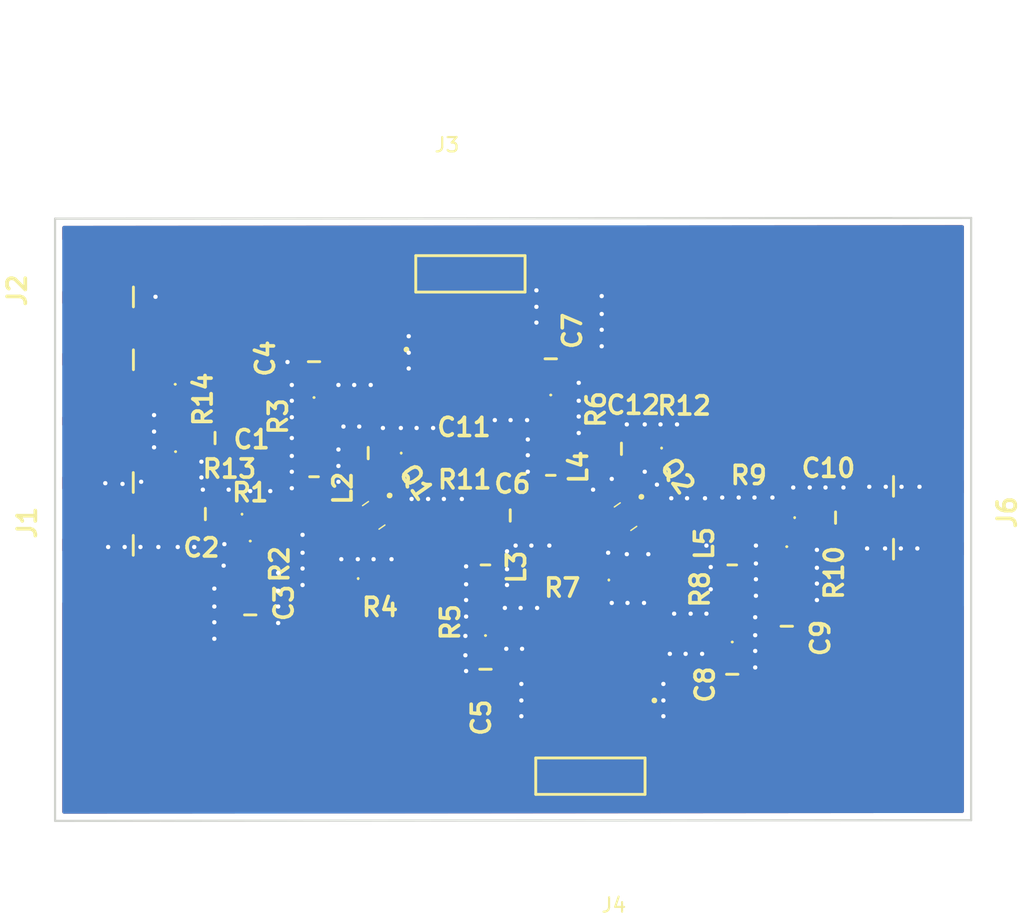
<source format=kicad_pcb>
(kicad_pcb (version 20240108) (generator "pcbnew") (generator_version "8.0")
  (layers (0 "F.Cu" signal) (31 "B.Cu" signal) (34 "B.Paste" user) (35 "F.Paste" user) (36 "B.SilkS" user "B.Silkscreen") (37 "F.SilkS" user "F.Silkscreen") (38 "B.Mask" user) (39 "F.Mask" user) (44 "Edge.Cuts" user))
  (net 0 "")
  (net 1 "GND")
  (net 2 "Net-(Q1-GATE)")
  (net 3 "Net-(Q1-DRAIN)")
  (net 4 "Net-(Q2-GATE)")
  (net 5 "Net-(Q2-DRAIN)")
  (net 6 "Net-(C1-Pad1)")
  (net 7 "Net-(C5-Pad1)")
  (net 8 "Net-(C2-Pad1)")
  (net 9 "Net-(C9-Pad2)")
  (net 10 "Net-(C10-Pad2)")
  (net 11 "Net-(L2-Pad1)")
  (net 12 "Net-(L3-Pad1)")
  (net 13 "Net-(L4-Pad1)")
  (net 14 "Net-(L5-Pad1)")
  (net 15 "Net-(C3-Pad2)")
  (net 16 "Net-(C4-Pad1)")
  (net 17 "Net-(C10-Pad1)")
  (net 18 "Net-(Q1-SOURCE_1)")
  (net 19 "Net-(Q2-SOURCE_1)")
  (net 20 "Net-(C2-Pad2)")
  (net 21 "Net-(J2-Pad2)")
  (footprint "inductor:INDC1608X71N" (layer "F.Cu") (at 132.55 66.5 90)
    (property "Reference" "L5" (at 1.5 -1.95 -90) (layer "F.SilkS") (effects (font (size 1.27 1.27) (thickness 0.254))))
    (property "Value" "L0603100GGSTR" (hide yes))
    (fp_line (start 0 -0.305) (end 0 0.305) (stroke (width 0.2)) (layer "F.SilkS"))
    (pad "1" smd rect (at -0.75 0 180) (size 0.95 0.95) (layers "F.Cu" "F.Paste" "F.Mask") (net 14 "Net-(L5-Pad1)"))
    (pad "2" smd rect (at 0.75 0 180) (size 0.95 0.95) (layers "F.Cu" "F.Paste" "F.Mask") (net 5 "Net-(Q2-DRAIN)"))
  )
  (footprint "Capacitor:GRM18x" (layer "F.Cu") (at 117.075 63.05)
    (property "Reference" "C6" (at 0.15 -2.2 0) (layer "F.SilkS") (effects (font (size 1.27 1.27) (thickness 0.254))))
    (property "Value" "C" (hide yes))
    (fp_line (start 0 -0.4) (end 0 0.4) (stroke (width 0.2)) (layer "F.SilkS"))
    (pad "1" smd rect (at -0.675 0) (size 0.65 0.7) (layers "F.Cu" "F.Paste" "F.Mask") (net 3 "Net-(Q1-DRAIN)"))
    (pad "2" smd rect (at 0.675 0) (size 0.65 0.7) (layers "F.Cu" "F.Paste" "F.Mask") (net 4 "Net-(Q2-GATE)"))
  )
  (footprint "Capacitor:GRM18x" (layer "F.Cu") (at 103.4 52.325 90)
    (property "Reference" "C4" (at 0.225 -3.4 -90) (layer "F.SilkS") (effects (font (size 1.27 1.27) (thickness 0.254))))
    (property "Value" "C" (hide yes))
    (fp_line (start 0 -0.4) (end 0 0.4) (stroke (width 0.2)) (layer "F.SilkS"))
    (pad "1" smd rect (at -0.675 0 90) (size 0.65 0.7) (layers "F.Cu" "F.Paste" "F.Mask") (net 16 "Net-(C4-Pad1)"))
    (pad "2" smd rect (at 0.675 0 90) (size 0.65 0.7) (layers "F.Cu" "F.Paste" "F.Mask") (net 1 "GND"))
  )
  (footprint "SMA connector:142-0701-851" (layer "F.Cu") (at 150.19 65.4 -90)
    (property "Reference" "J6" (at -2.566 -1.51 90) (layer "F.SilkS") (effects (font (size 1.27 1.27) (thickness 0.254))))
    (property "Value" "142-0701-801" (hide yes))
    (fp_line (start -5.07325 6.4) (end -3.68975 6.4) (stroke (width 0.2)) (layer "F.SilkS"))
    (fp_line (start -0.69175 6.4) (end 0.69175 6.4) (stroke (width 0.2)) (layer "F.SilkS"))
    (pad "1" smd rect (at -6.57225 4.19 270) (size 2.413 5.08) (layers "F.Cu" "F.Paste" "F.Mask") (net 1 "GND"))
    (pad "2" smd rect (at -2.19075 4.19 270) (size 2.286 5.08) (layers "F.Cu" "F.Paste" "F.Mask") (net 10 "Net-(C10-Pad2)"))
    (pad "3" smd rect (at 2.19075 4.19 270) (size 2.413 5.08) (layers "F.Cu" "F.Paste" "F.Mask") (net 1 "GND"))
  )
  (footprint "LNA_V2_2 Stage design:SAMTEC_TSM-103-01-F-SH-P-TR" (layer "F.Cu") (at 122.6625 81.23 180)
    (property "Reference" "J4" (at -1.635 -8.995 180) (layer "F.SilkS"))
    (property "Value" "TSM-103-01-F-SH-P-TR")
    (fp_line (start 3.81 1.27) (end -3.81 1.27) (stroke (width 0.2)) (layer "F.SilkS"))
    (fp_line (start 3.81 -1.27) (end 3.81 1.27) (stroke (width 0.2)) (layer "F.SilkS"))
    (fp_line (start 3.81 -1.27) (end -3.81 -1.27) (stroke (width 0.2)) (layer "F.SilkS"))
    (fp_line (start -3.81 1.27) (end -3.81 -1.27) (stroke (width 0.2)) (layer "F.SilkS"))
    (fp_circle (center -4.46 5.28) (end -4.36 5.28) (stroke (width 0.2)) (fill none) (layer "F.SilkS"))
    (pad "01" smd rect (at -2.54 5.28 180) (size 1.27 3.18) (layers "F.Cu" "F.Paste" "F.Mask") (net 1 "GND"))
    (pad "02" smd rect (at 0 5.28 180) (size 1.27 3.18) (layers "F.Cu" "F.Paste" "F.Mask") (net 7 "Net-(C5-Pad1)"))
    (pad "03" smd rect (at 2.54 5.28 180) (size 1.27 3.18) (layers "F.Cu" "F.Paste" "F.Mask") (net 1 "GND"))
  )
  (footprint "Resistor:ERA3AEB101V" (layer "F.Cu") (at 135.6 63.2 180)
    (property "Reference" "R9" (at 1.9 2.95 180) (layer "F.SilkS") (effects (font (size 1.27 1.27) (thickness 0.254))))
    (property "Value" "ERA-3APB682V" (hide yes))
    (fp_line (start -1.3 0.05) (end -1.3 0.05) (stroke (width 0.1)) (layer "F.SilkS"))
    (fp_line (start -1.3 -0.05) (end -1.3 -0.05) (stroke (width 0.1)) (layer "F.SilkS"))
    (fp_arc (start -1.3 0.05) (mid -1.35 0) (end -1.3 -0.05) (stroke (width 0.1)) (layer "F.SilkS"))
    (fp_arc (start -1.3 -0.05) (mid -1.25 0) (end -1.3 0.05) (stroke (width 0.1)) (layer "F.SilkS"))
    (pad "1" smd rect (at -0.725 0 180) (size 0.65 0.9) (layers "F.Cu" "F.Paste" "F.Mask") (net 17 "Net-(C10-Pad1)"))
    (pad "2" smd rect (at 0.725 0 180) (size 0.65 0.9) (layers "F.Cu" "F.Paste" "F.Mask") (net 5 "Net-(Q2-DRAIN)"))
  )
  (footprint "Resistor:ERA3AEB101V" (layer "F.Cu") (at 136.35 66.525 -90)
    (property "Reference" "R10" (at 0.525 -3.3 90) (layer "F.SilkS") (effects (font (size 1.27 1.27) (thickness 0.254))))
    (property "Value" "ERA-3APB682V" (hide yes))
    (fp_line (start -1.3 0.05) (end -1.3 0.05) (stroke (width 0.1)) (layer "F.SilkS"))
    (fp_line (start -1.3 -0.05) (end -1.3 -0.05) (stroke (width 0.1)) (layer "F.SilkS"))
    (fp_arc (start -1.3 0.05) (mid -1.35 0) (end -1.3 -0.05) (stroke (width 0.1)) (layer "F.SilkS"))
    (fp_arc (start -1.3 -0.05) (mid -1.25 0) (end -1.3 0.05) (stroke (width 0.1)) (layer "F.SilkS"))
    (pad "1" smd rect (at -0.725 0 270) (size 0.65 0.9) (layers "F.Cu" "F.Paste" "F.Mask") (net 17 "Net-(C10-Pad1)"))
    (pad "2" smd rect (at 0.725 0 270) (size 0.65 0.9) (layers "F.Cu" "F.Paste" "F.Mask") (net 9 "Net-(C9-Pad2)"))
  )
  (footprint "Resistor:ERA3AEB101V" (layer "F.Cu") (at 128.925 58.35)
    (property "Reference" "R12" (at 0.275 -2.95 360) (layer "F.SilkS") (effects (font (size 1.27 1.27) (thickness 0.254))))
    (property "Value" "ERA-3APB682V" (hide yes))
    (fp_line (start -1.3 -0.05) (end -1.3 -0.05) (stroke (width 0.1)) (layer "F.SilkS"))
    (fp_line (start -1.3 0.05) (end -1.3 0.05) (stroke (width 0.1)) (layer "F.SilkS"))
    (fp_arc (start -1.3 -0.05) (mid -1.25 0) (end -1.3 0.05) (stroke (width 0.1)) (layer "F.SilkS"))
    (fp_arc (start -1.3 0.05) (mid -1.35 0) (end -1.3 -0.05) (stroke (width 0.1)) (layer "F.SilkS"))
    (pad "1" smd rect (at -0.725 0) (size 0.65 0.9) (layers "F.Cu" "F.Paste" "F.Mask") (net 19 "Net-(Q2-SOURCE_1)"))
    (pad "2" smd rect (at 0.725 0) (size 0.65 0.9) (layers "F.Cu" "F.Paste" "F.Mask") (net 1 "GND"))
  )
  (footprint "Capacitor:GRM18x" (layer "F.Cu") (at 136.35 70.775 90)
    (property "Reference" "C9" (at -0.825 2.35 -90) (layer "F.SilkS") (effects (font (size 1.27 1.27) (thickness 0.254))))
    (property "Value" "C" (hide yes))
    (fp_line (start 0 -0.4) (end 0 0.4) (stroke (width 0.2)) (layer "F.SilkS"))
    (pad "1" smd rect (at -0.675 0 90) (size 0.65 0.7) (layers "F.Cu" "F.Paste" "F.Mask") (net 1 "GND"))
    (pad "2" smd rect (at 0.675 0 90) (size 0.65 0.7) (layers "F.Cu" "F.Paste" "F.Mask") (net 9 "Net-(C9-Pad2)"))
  )
  (footprint "Capacitor:GRM18x" (layer "F.Cu") (at 119.9 52.125 90)
    (property "Reference" "C7" (at 1.95 1.5 -90) (layer "F.SilkS") (effects (font (size 1.27 1.27) (thickness 0.254))))
    (property "Value" "C" (hide yes))
    (fp_line (start 0 -0.4) (end 0 0.4) (stroke (width 0.2)) (layer "F.SilkS"))
    (pad "1" smd rect (at -0.675 0 90) (size 0.65 0.7) (layers "F.Cu" "F.Paste" "F.Mask") (net 16 "Net-(C4-Pad1)"))
    (pad "2" smd rect (at 0.675 0 90) (size 0.65 0.7) (layers "F.Cu" "F.Paste" "F.Mask") (net 1 "GND"))
  )
  (footprint "Capacitor:GRM18x" (layer "F.Cu") (at 132.55 74.125 -90)
    (property "Reference" "C8" (at 0.725 1.9 90) (layer "F.SilkS") (effects (font (size 1.27 1.27) (thickness 0.254))))
    (property "Value" "C" (hide yes))
    (fp_line (start 0 -0.4) (end 0 0.4) (stroke (width 0.2)) (layer "F.SilkS"))
    (pad "1" smd rect (at -0.675 0 270) (size 0.65 0.7) (layers "F.Cu" "F.Paste" "F.Mask") (net 7 "Net-(C5-Pad1)"))
    (pad "2" smd rect (at 0.675 0 270) (size 0.65 0.7) (layers "F.Cu" "F.Paste" "F.Mask") (net 1 "GND"))
  )
  (footprint "SMA connector:142-0701-851" (layer "F.Cu") (at 84.4 60.75 90)
    (property "Reference" "J1" (at -2.8 -1 -90) (layer "F.SilkS") (effects (font (size 1.27 1.27) (thickness 0.254))))
    (property "Value" "142-0701-801" (hide yes))
    (fp_line (start -0.69175 6.4) (end 0.69175 6.4) (stroke (width 0.2)) (layer "F.SilkS"))
    (fp_line (start -5.07325 6.4) (end -3.68975 6.4) (stroke (width 0.2)) (layer "F.SilkS"))
    (pad "1" smd rect (at -6.57225 4.19 90) (size 2.413 5.08) (layers "F.Cu" "F.Paste" "F.Mask") (net 1 "GND"))
    (pad "2" smd rect (at -2.19075 4.19 90) (size 2.286 5.08) (layers "F.Cu" "F.Paste" "F.Mask") (net 20 "Net-(C2-Pad2)"))
    (pad "3" smd rect (at 2.19075 4.19 90) (size 2.413 5.08) (layers "F.Cu" "F.Paste" "F.Mask") (net 1 "GND"))
  )
  (footprint "Resistor:ERA3AEB101V" (layer "F.Cu") (at 125.25 67.55)
    (property "Reference" "R7" (at -4.55 0.55 0) (layer "F.SilkS") (effects (font (size 1.27 1.27) (thickness 0.254))))
    (property "Value" "ERA-3APB682V" (hide yes))
    (fp_line (start -1.3 -0.05) (end -1.3 -0.05) (stroke (width 0.1)) (layer "F.SilkS"))
    (fp_line (start -1.3 0.05) (end -1.3 0.05) (stroke (width 0.1)) (layer "F.SilkS"))
    (fp_arc (start -1.3 -0.05) (mid -1.25 0) (end -1.3 0.05) (stroke (width 0.1)) (layer "F.SilkS"))
    (fp_arc (start -1.3 0.05) (mid -1.35 0) (end -1.3 -0.05) (stroke (width 0.1)) (layer "F.SilkS"))
    (pad "1" smd rect (at -0.725 0) (size 0.65 0.9) (layers "F.Cu" "F.Paste" "F.Mask") (net 4 "Net-(Q2-GATE)"))
    (pad "2" smd rect (at 0.725 0) (size 0.65 0.9) (layers "F.Cu" "F.Paste" "F.Mask") (net 5 "Net-(Q2-DRAIN)"))
  )
  (footprint "inductor:INDC1608X71N" (layer "F.Cu") (at 115.35 66.5 90)
    (property "Reference" "L3" (at -0.15 2.15 -90) (layer "F.SilkS") (effects (font (size 1.27 1.27) (thickness 0.254))))
    (property "Value" "L0603100GGSTR" (hide yes))
    (fp_line (start 0 -0.305) (end 0 0.305) (stroke (width 0.2)) (layer "F.SilkS"))
    (pad "1" smd rect (at -0.75 0 180) (size 0.95 0.95) (layers "F.Cu" "F.Paste" "F.Mask") (net 12 "Net-(L3-Pad1)"))
    (pad "2" smd rect (at 0.75 0 180) (size 0.95 0.95) (layers "F.Cu" "F.Paste" "F.Mask") (net 3 "Net-(Q1-DRAIN)"))
  )
  (footprint "Resistor:ERA3AEB101V" (layer "F.Cu") (at 99.68 62.96)
    (property "Reference" "R1" (at -0.73 -1.51 0) (layer "F.SilkS") (effects (font (size 1.27 1.27) (thickness 0.254))))
    (property "Value" "ERA-3APB682V" (hide yes))
    (fp_line (start -1.3 -0.05) (end -1.3 -0.05) (stroke (width 0.1)) (layer "F.SilkS"))
    (fp_line (start -1.3 0.05) (end -1.3 0.05) (stroke (width 0.1)) (layer "F.SilkS"))
    (fp_arc (start -1.3 -0.05) (mid -1.25 0) (end -1.3 0.05) (stroke (width 0.1)) (layer "F.SilkS"))
    (fp_arc (start -1.3 0.05) (mid -1.35 0) (end -1.3 -0.05) (stroke (width 0.1)) (layer "F.SilkS"))
    (pad "1" smd rect (at -0.725 0) (size 0.65 0.9) (layers "F.Cu" "F.Paste" "F.Mask") (net 8 "Net-(C2-Pad1)"))
    (pad "2" smd rect (at 0.725 0) (size 0.65 0.9) (layers "F.Cu" "F.Paste" "F.Mask") (net 2 "Net-(Q1-GATE)"))
  )
  (footprint "inductor:INDC1608X71N" (layer "F.Cu") (at 119.9 60.25 -90)
    (property "Reference" "L4" (at -0.575 -1.925 90) (layer "F.SilkS") (effects (font (size 1.27 1.27) (thickness 0.254))))
    (property "Value" "L0603100GGSTR" (hide yes))
    (fp_line (start 0 -0.305) (end 0 0.305) (stroke (width 0.2)) (layer "F.SilkS"))
    (pad "1" smd rect (at -0.75 0) (size 0.95 0.95) (layers "F.Cu" "F.Paste" "F.Mask") (net 13 "Net-(L4-Pad1)"))
    (pad "2" smd rect (at 0.75 0) (size 0.95 0.95) (layers "F.Cu" "F.Paste" "F.Mask") (net 4 "Net-(Q2-GATE)"))
  )
  (footprint "Capacitor:GRM18x" (layer "F.Cu") (at 124.825 58.4)
    (property "Reference" "C12" (at 0.825 -3.05 0) (layer "F.SilkS") (effects (font (size 1.27 1.27) (thickness 0.254))))
    (property "Value" "C" (hide yes))
    (fp_line (start 0 -0.4) (end 0 0.4) (stroke (width 0.2)) (layer "F.SilkS"))
    (pad "1" smd rect (at -0.675 0) (size 0.65 0.7) (layers "F.Cu" "F.Paste" "F.Mask") (net 1 "GND"))
    (pad "2" smd rect (at 0.675 0) (size 0.65 0.7) (layers "F.Cu" "F.Paste" "F.Mask") (net 19 "Net-(Q2-SOURCE_1)"))
  )
  (footprint "Resistor:ERA3AEB101V" (layer "F.Cu") (at 115.35 70.125 90)
    (property "Reference" "R5" (at -0.375 -2.45 -90) (layer "F.SilkS") (effects (font (size 1.27 1.27) (thickness 0.254))))
    (property "Value" "ERA-3APB682V" (hide yes))
    (fp_line (start -1.3 -0.05) (end -1.3 -0.05) (stroke (width 0.1)) (layer "F.SilkS"))
    (fp_line (start -1.3 0.05) (end -1.3 0.05) (stroke (width 0.1)) (layer "F.SilkS"))
    (fp_arc (start -1.3 -0.05) (mid -1.25 0) (end -1.3 0.05) (stroke (width 0.1)) (layer "F.SilkS"))
    (fp_arc (start -1.3 0.05) (mid -1.35 0) (end -1.3 -0.05) (stroke (width 0.1)) (layer "F.SilkS"))
    (pad "1" smd rect (at -0.725 0 90) (size 0.65 0.9) (layers "F.Cu" "F.Paste" "F.Mask") (net 7 "Net-(C5-Pad1)"))
    (pad "2" smd rect (at 0.725 0 90) (size 0.65 0.9) (layers "F.Cu" "F.Paste" "F.Mask") (net 12 "Net-(L3-Pad1)"))
  )
  (footprint "Resistor:ERA3AEB101V" (layer "F.Cu") (at 93.75 59.9 -90)
    (property "Reference" "R13" (at -0.1 -3.75 180) (layer "F.SilkS") (effects (font (size 1.27 1.27) (thickness 0.254))))
    (property "Value" "ERA-3APB682V" (hide yes))
    (fp_line (start -1.3 0.05) (end -1.3 0.05) (stroke (width 0.1)) (layer "F.SilkS"))
    (fp_line (start -1.3 -0.05) (end -1.3 -0.05) (stroke (width 0.1)) (layer "F.SilkS"))
    (fp_arc (start -1.3 0.05) (mid -1.35 0) (end -1.3 -0.05) (stroke (width 0.1)) (layer "F.SilkS"))
    (fp_arc (start -1.3 -0.05) (mid -1.25 0) (end -1.3 0.05) (stroke (width 0.1)) (layer "F.SilkS"))
    (pad "1" smd rect (at -0.725 0 270) (size 0.65 0.9) (layers "F.Cu" "F.Paste" "F.Mask") (net 6 "Net-(C1-Pad1)"))
    (pad "2" smd rect (at 0.725 0 270) (size 0.65 0.9) (layers "F.Cu" "F.Paste" "F.Mask") (net 20 "Net-(C2-Pad2)"))
  )
  (footprint "Capacitor:GRM18x" (layer "F.Cu") (at 107.175 58.7)
    (property "Reference" "C11" (at 6.675 -1.8 0) (layer "F.SilkS") (effects (font (size 1.27 1.27) (thickness 0.254))))
    (property "Value" "C" (hide yes))
    (fp_line (start 0 -0.4) (end 0 0.4) (stroke (width 0.2)) (layer "F.SilkS"))
    (pad "1" smd rect (at -0.675 0) (size 0.65 0.7) (layers "F.Cu" "F.Paste" "F.Mask") (net 1 "GND"))
    (pad "2" smd rect (at 0.675 0) (size 0.65 0.7) (layers "F.Cu" "F.Paste" "F.Mask") (net 18 "Net-(Q1-SOURCE_1)"))
  )
  (footprint "inductor:INDC1608X71N" (layer "F.Cu") (at 103.4 60.35 -90)
    (property "Reference" "L2" (at 0.8 -2 90) (layer "F.SilkS") (effects (font (size 1.27 1.27) (thickness 0.254))))
    (property "Value" "L0603100GGSTR" (hide yes))
    (fp_line (start 0 -0.305) (end 0 0.305) (stroke (width 0.2)) (layer "F.SilkS"))
    (pad "1" smd rect (at -0.75 0) (size 0.95 0.95) (layers "F.Cu" "F.Paste" "F.Mask") (net 11 "Net-(L2-Pad1)"))
    (pad "2" smd rect (at 0.75 0) (size 0.95 0.95) (layers "F.Cu" "F.Paste" "F.Mask") (net 2 "Net-(Q1-GATE)"))
  )
  (footprint "Resistor:ERA3AEB101V" (layer "F.Cu") (at 107.775 67.45)
    (property "Reference" "R4" (at 0.225 2 0) (layer "F.SilkS") (effects (font (size 1.27 1.27) (thickness 0.254))))
    (property "Value" "ERA-3APB682V" (hide yes))
    (fp_line (start -1.3 -0.05) (end -1.3 -0.05) (stroke (width 0.1)) (layer "F.SilkS"))
    (fp_line (start -1.3 0.05) (end -1.3 0.05) (stroke (width 0.1)) (layer "F.SilkS"))
    (fp_arc (start -1.3 -0.05) (mid -1.25 0) (end -1.3 0.05) (stroke (width 0.1)) (layer "F.SilkS"))
    (fp_arc (start -1.3 0.05) (mid -1.35 0) (end -1.3 -0.05) (stroke (width 0.1)) (layer "F.SilkS"))
    (pad "1" smd rect (at -0.725 0) (size 0.65 0.9) (layers "F.Cu" "F.Paste" "F.Mask") (net 2 "Net-(Q1-GATE)"))
    (pad "2" smd rect (at 0.725 0) (size 0.65 0.9) (layers "F.Cu" "F.Paste" "F.Mask") (net 3 "Net-(Q1-DRAIN)"))
  )
  (footprint "Capacitor:GRM18x" (layer "F.Cu") (at 98.955 69.985 90)
    (property "Reference" "C3" (at 0.835 2.345 -90) (layer "F.SilkS") (effects (font (size 1.27 1.27) (thickness 0.254))))
    (property "Value" "C" (hide yes))
    (fp_line (start 0 -0.4) (end 0 0.4) (stroke (width 0.2)) (layer "F.SilkS"))
    (pad "1" smd rect (at -0.675 0 90) (size 0.65 0.7) (layers "F.Cu" "F.Paste" "F.Mask") (net 1 "GND"))
    (pad "2" smd rect (at 0.675 0 90) (size 0.65 0.7) (layers "F.Cu" "F.Paste" "F.Mask") (net 15 "Net-(C3-Pad2)"))
  )
  (footprint "Resistor:ERA3AEB101V" (layer "F.Cu") (at 98.955 66.135 -90)
    (property "Reference" "R2" (at 0.315 -2.045 90) (layer "F.SilkS") (effects (font (size 1.27 1.27) (thickness 0.254))))
    (property "Value" "ERA-3APB682V" (hide yes))
    (fp_line (start -1.3 0.05) (end -1.3 0.05) (stroke (width 0.1)) (layer "F.SilkS"))
    (fp_line (start -1.3 -0.05) (end -1.3 -0.05) (stroke (width 0.1)) (layer "F.SilkS"))
    (fp_arc (start -1.3 0.05) (mid -1.35 0) (end -1.3 -0.05) (stroke (width 0.1)) (layer "F.SilkS"))
    (fp_arc (start -1.3 -0.05) (mid -1.25 0) (end -1.3 0.05) (stroke (width 0.1)) (layer "F.SilkS"))
    (pad "1" smd rect (at -0.725 0 270) (size 0.65 0.9) (layers "F.Cu" "F.Paste" "F.Mask") (net 8 "Net-(C2-Pad1)"))
    (pad "2" smd rect (at 0.725 0 270) (size 0.65 0.9) (layers "F.Cu" "F.Paste" "F.Mask") (net 15 "Net-(C3-Pad2)"))
  )
  (footprint "LNA_V2_2 Stage design:SAMTEC_TSM-103-01-F-SH-P-TR" (layer "F.Cu") (at 114.3 46.2)
    (property "Reference" "J3" (at -1.635 -8.995 0) (layer "F.SilkS"))
    (property "Value" "TSM-103-01-F-SH-P-TR")
    (fp_line (start -3.81 1.27) (end -3.81 -1.27) (stroke (width 0.2)) (layer "F.SilkS"))
    (fp_line (start 3.81 -1.27) (end -3.81 -1.27) (stroke (width 0.2)) (layer "F.SilkS"))
    (fp_line (start 3.81 -1.27) (end 3.81 1.27) (stroke (width 0.2)) (layer "F.SilkS"))
    (fp_line (start 3.81 1.27) (end -3.81 1.27) (stroke (width 0.2)) (layer "F.SilkS"))
    (fp_circle (center -4.46 5.28) (end -4.36 5.28) (stroke (width 0.2)) (fill none) (layer "F.SilkS"))
    (pad "01" smd rect (at -2.54 5.28) (size 1.27 3.18) (layers "F.Cu" "F.Paste" "F.Mask") (net 1 "GND"))
    (pad "02" smd rect (at 0 5.28) (size 1.27 3.18) (layers "F.Cu" "F.Paste" "F.Mask") (net 16 "Net-(C4-Pad1)"))
    (pad "03" smd rect (at 2.54 5.28) (size 1.27 3.18) (layers "F.Cu" "F.Paste" "F.Mask") (net 1 "GND"))
  )
  (footprint "Capacitor:GRM18x" (layer "F.Cu") (at 95.825 62.95 180)
    (property "Reference" "C2" (at 0.275 -2.35 180) (layer "F.SilkS") (effects (font (size 1.27 1.27) (thickness 0.254))))
    (property "Value" "C" (hide yes))
    (fp_line (start 0 -0.4) (end 0 0.4) (stroke (width 0.2)) (layer "F.SilkS"))
    (pad "1" smd rect (at -0.675 0 180) (size 0.65 0.7) (layers "F.Cu" "F.Paste" "F.Mask") (net 8 "Net-(C2-Pad1)"))
    (pad "2" smd rect (at 0.675 0 180) (size 0.65 0.7) (layers "F.Cu" "F.Paste" "F.Mask") (net 20 "Net-(C2-Pad2)"))
  )
  (footprint "KiCad:SKY65050372LF" (layer "F.Cu") (at 125.110988 63.132777 125)
    (property "Reference" "Q2" (at 0.233224 4.605718 -55) (layer "F.SilkS") (effects (font (size 1.27 1.27) (thickness 0.254))))
    (property "Value" "SKY65050-372LF" (hide yes))
    (fp_line (start 1 0.25) (end 1 -0.25) (stroke (width 0.1)) (layer "F.SilkS"))
    (fp_line (start -1 0.25) (end -1 -0.25) (stroke (width 0.1)) (layer "F.SilkS"))
    (fp_line (start 0.5 1.6) (end 0.5 1.6) (stroke (width 0.2)) (layer "F.SilkS"))
    (fp_line (start 0.500001 1.8) (end 0.500001 1.8) (stroke (width 0.2)) (layer "F.SilkS"))
    (fp_arc (start 0.5 1.6) (mid 0.6 1.699999) (end 0.500001 1.8) (stroke (width 0.2)) (layer "F.SilkS"))
    (fp_arc (start 0.500001 1.8) (mid 0.4 1.7) (end 0.5 1.6) (stroke (width 0.2)) (layer "F.SilkS"))
    (pad "1" smd rect (at 0.5 0.825 215) (size 0.75 0.822) (layers "F.Cu" "F.Paste" "F.Mask") (net 19 "Net-(Q2-SOURCE_1)"))
    (pad "2" smd rect (at -0.65 0.825 125) (size 0.4 0.75) (layers "F.Cu" "F.Paste" "F.Mask") (net 5 "Net-(Q2-DRAIN)"))
    (pad "3" smd rect (at -0.65 -0.825 125) (size 0.4 0.75) (layers "F.Cu" "F.Paste" "F.Mask") (net 19 "Net-(Q2-SOURCE_1)"))
    (pad "4" smd rect (at 0.65 -0.825 125) (size 0.4 0.75) (layers "F.Cu" "F.Paste" "F.Mask") (net 4 "Net-(Q2-GATE)"))
  )
  (footprint "Resistor:ERA3AEB101V" (layer "F.Cu") (at 119.9 55.95 -90)
    (property "Reference" "R6" (at -0.3 -3.15 90) (layer "F.SilkS") (effects (font (size 1.27 1.27) (thickness 0.254))))
    (property "Value" "ERA-3APB682V" (hide yes))
    (fp_line (start -1.3 0.05) (end -1.3 0.05) (stroke (width 0.1)) (layer "F.SilkS"))
    (fp_line (start -1.3 -0.05) (end -1.3 -0.05) (stroke (width 0.1)) (layer "F.SilkS"))
    (fp_arc (start -1.3 0.05) (mid -1.35 0) (end -1.3 -0.05) (stroke (width 0.1)) (layer "F.SilkS"))
    (fp_arc (start -1.3 -0.05) (mid -1.25 0) (end -1.3 0.05) (stroke (width 0.1)) (layer "F.SilkS"))
    (pad "1" smd rect (at -0.725 0 270) (size 0.65 0.9) (layers "F.Cu" "F.Paste" "F.Mask") (net 16 "Net-(C4-Pad1)"))
    (pad "2" smd rect (at 0.725 0 270) (size 0.65 0.9) (layers "F.Cu" "F.Paste" "F.Mask") (net 13 "Net-(L4-Pad1)"))
  )
  (footprint "KiCad:SKY65050372LF" (layer "F.Cu") (at 107.560988 63.040752 125)
    (property "Reference" "Q1" (at 0.162047 3.762377 -55) (layer "F.SilkS") (effects (font (size 1.27 1.27) (thickness 0.254))))
    (property "Value" "SKY65050-372LF" (hide yes))
    (fp_line (start 1 0.25) (end 1 -0.25) (stroke (width 0.1)) (layer "F.SilkS"))
    (fp_line (start -1 0.25) (end -1 -0.25) (stroke (width 0.1)) (layer "F.SilkS"))
    (fp_line (start 0.500001 1.6) (end 0.500001 1.6) (stroke (width 0.2)) (layer "F.SilkS"))
    (fp_line (start 0.500001 1.8) (end 0.500001 1.8) (stroke (width 0.2)) (layer "F.SilkS"))
    (fp_arc (start 0.500001 1.6) (mid 0.600001 1.7) (end 0.500001 1.8) (stroke (width 0.2)) (layer "F.SilkS"))
    (fp_arc (start 0.500001 1.8) (mid 0.400001 1.699999) (end 0.500001 1.6) (stroke (width 0.2)) (layer "F.SilkS"))
    (pad "1" smd rect (at 0.5 0.825 215) (size 0.75 0.822) (layers "F.Cu" "F.Paste" "F.Mask") (net 18 "Net-(Q1-SOURCE_1)"))
    (pad "2" smd rect (at -0.65 0.825001 125) (size 0.4 0.75) (layers "F.Cu" "F.Paste" "F.Mask") (net 3 "Net-(Q1-DRAIN)"))
    (pad "3" smd rect (at -0.650001 -0.825 125) (size 0.4 0.75) (layers "F.Cu" "F.Paste" "F.Mask") (net 18 "Net-(Q1-SOURCE_1)"))
    (pad "4" smd rect (at 0.65 -0.825001 125) (size 0.4 0.75) (layers "F.Cu" "F.Paste" "F.Mask") (net 2 "Net-(Q1-GATE)"))
  )
  (footprint "SMA connector:142-0701-851" (layer "F.Cu") (at 84.41 47.80925 90)
    (property "Reference" "J2" (at 0.45925 -1.71 -90) (layer "F.SilkS") (effects (font (size 1.27 1.27) (thickness 0.254))))
    (property "Value" "142-0701-801" (hide yes))
    (fp_line (start -0.69175 6.4) (end 0.69175 6.4) (stroke (width 0.2)) (layer "F.SilkS"))
    (fp_line (start -5.07325 6.4) (end -3.68975 6.4) (stroke (width 0.2)) (layer "F.SilkS"))
    (pad "1" smd rect (at -6.57225 4.19 90) (size 2.413 5.08) (layers "F.Cu" "F.Paste" "F.Mask") (net 1 "GND"))
    (pad "2" smd rect (at -2.19075 4.19 90) (size 2.286 5.08) (layers "F.Cu" "F.Paste" "F.Mask") (net 21 "Net-(J2-Pad2)"))
    (pad "3" smd rect (at 2.19075 4.19 90) (size 2.413 5.08) (layers "F.Cu" "F.Paste" "F.Mask") (net 1 "GND"))
  )
  (footprint "Capacitor:GRM18x" (layer "F.Cu") (at 96.5 57.65)
    (property "Reference" "C1" (at 2.55 0.1 0) (layer "F.SilkS") (effects (font (size 1.27 1.27) (thickness 0.254))))
    (property "Value" "C" (hide yes))
    (fp_line (start 0 -0.4) (end 0 0.4) (stroke (width 0.2)) (layer "F.SilkS"))
    (pad "1" smd rect (at -0.675 0) (size 0.65 0.7) (layers "F.Cu" "F.Paste" "F.Mask") (net 6 "Net-(C1-Pad1)"))
    (pad "2" smd rect (at 0.675 0) (size 0.65 0.7) (layers "F.Cu" "F.Paste" "F.Mask") (net 1 "GND"))
  )
  (footprint "Resistor:ERA3AEB101V" (layer "F.Cu") (at 103.4 56.125 -90)
    (property "Reference" "R3" (at 0.025 2.5 90) (layer "F.SilkS") (effects (font (size 1.27 1.27) (thickness 0.254))))
    (property "Value" "ERA-3APB682V" (hide yes))
    (fp_line (start -1.3 0.05) (end -1.3 0.05) (stroke (width 0.1)) (layer "F.SilkS"))
    (fp_line (start -1.3 -0.05) (end -1.3 -0.05) (stroke (width 0.1)) (layer "F.SilkS"))
    (fp_arc (start -1.3 0.05) (mid -1.35 0) (end -1.3 -0.05) (stroke (width 0.1)) (layer "F.SilkS"))
    (fp_arc (start -1.3 -0.05) (mid -1.25 0) (end -1.3 0.05) (stroke (width 0.1)) (layer "F.SilkS"))
    (pad "1" smd rect (at -0.725 0 270) (size 0.65 0.9) (layers "F.Cu" "F.Paste" "F.Mask") (net 16 "Net-(C4-Pad1)"))
    (pad "2" smd rect (at 0.725 0 270) (size 0.65 0.9) (layers "F.Cu" "F.Paste" "F.Mask") (net 11 "Net-(L2-Pad1)"))
  )
  (footprint "Capacitor:GRM18x" (layer "F.Cu") (at 139.75 63.2)
    (property "Reference" "C10" (at -0.5 -3.45 0) (layer "F.SilkS") (effects (font (size 1.27 1.27) (thickness 0.254))))
    (property "Value" "C" (hide yes))
    (fp_line (start 0 -0.4) (end 0 0.4) (stroke (width 0.2)) (layer "F.SilkS"))
    (pad "1" smd rect (at -0.675 0) (size 0.65 0.7) (layers "F.Cu" "F.Paste" "F.Mask") (net 17 "Net-(C10-Pad1)"))
    (pad "2" smd rect (at 0.675 0) (size 0.65 0.7) (layers "F.Cu" "F.Paste" "F.Mask") (net 10 "Net-(C10-Pad2)"))
  )
  (footprint "Resistor:ERA3AEB101V" (layer "F.Cu") (at 93.725 55.2 -90)
    (property "Reference" "R14" (at -0.25 -1.925 90) (layer "F.SilkS") (effects (font (size 1.27 1.27) (thickness 0.254))))
    (property "Value" "ERA-3APB682V" (hide yes))
    (fp_line (start -1.3 0.05) (end -1.3 0.05) (stroke (width 0.1)) (layer "F.SilkS"))
    (fp_line (start -1.3 -0.05) (end -1.3 -0.05) (stroke (width 0.1)) (layer "F.SilkS"))
    (fp_arc (start -1.3 0.05) (mid -1.35 0) (end -1.3 -0.05) (stroke (width 0.1)) (layer "F.SilkS"))
    (fp_arc (start -1.3 -0.05) (mid -1.25 0) (end -1.3 0.05) (stroke (width 0.1)) (layer "F.SilkS"))
    (pad "1" smd rect (at -0.725 0 270) (size 0.65 0.9) (layers "F.Cu" "F.Paste" "F.Mask") (net 21 "Net-(J2-Pad2)"))
    (pad "2" smd rect (at 0.725 0 270) (size 0.65 0.9) (layers "F.Cu" "F.Paste" "F.Mask") (net 6 "Net-(C1-Pad1)"))
  )
  (footprint "Resistor:ERA3AEB101V" (layer "F.Cu") (at 132.55 70.575 90)
    (property "Reference" "R8" (at 2.375 -2.25 -90) (layer "F.SilkS") (effects (font (size 1.27 1.27) (thickness 0.254))))
    (property "Value" "ERA-3APB682V" (hide yes))
    (fp_line (start -1.3 -0.05) (end -1.3 -0.05) (stroke (width 0.1)) (layer "F.SilkS"))
    (fp_line (start -1.3 0.05) (end -1.3 0.05) (stroke (width 0.1)) (layer "F.SilkS"))
    (fp_arc (start -1.3 -0.05) (mid -1.25 0) (end -1.3 0.05) (stroke (width 0.1)) (layer "F.SilkS"))
    (fp_arc (start -1.3 0.05) (mid -1.35 0) (end -1.3 -0.05) (stroke (width 0.1)) (layer "F.SilkS"))
    (pad "1" smd rect (at -0.725 0 90) (size 0.65 0.9) (layers "F.Cu" "F.Paste" "F.Mask") (net 7 "Net-(C5-Pad1)"))
    (pad "2" smd rect (at 0.725 0 90) (size 0.65 0.9) (layers "F.Cu" "F.Paste" "F.Mask") (net 14 "Net-(L5-Pad1)"))
  )
  (footprint "Resistor:ERA3AEB101V" (layer "F.Cu") (at 110.775 58.7)
    (property "Reference" "R11" (at 3.125 1.85 0) (layer "F.SilkS") (effects (font (size 1.27 1.27) (thickness 0.254))))
    (property "Value" "ERA-3APB682V" (hide yes))
    (fp_line (start -1.3 -0.05) (end -1.3 -0.05) (stroke (width 0.1)) (layer "F.SilkS"))
    (fp_line (start -1.3 0.05) (end -1.3 0.05) (stroke (width 0.1)) (layer "F.SilkS"))
    (fp_arc (start -1.3 -0.05) (mid -1.25 0) (end -1.3 0.05) (stroke (width 0.1)) (layer "F.SilkS"))
    (fp_arc (start -1.3 0.05) (mid -1.35 0) (end -1.3 -0.05) (stroke (width 0.1)) (layer "F.SilkS"))
    (pad "1" smd rect (at -0.725 0) (size 0.65 0.9) (layers "F.Cu" "F.Paste" "F.Mask") (net 18 "Net-(Q1-SOURCE_1)"))
    (pad "2" smd rect (at 0.725 0) (size 0.65 0.9) (layers "F.Cu" "F.Paste" "F.Mask") (net 1 "GND"))
  )
  (footprint "Capacitor:GRM18x" (layer "F.Cu") (at 115.35 73.775 -90)
    (property "Reference" "C5" (at 3.375 0.3 90) (layer "F.SilkS") (effects (font (size 1.27 1.27) (thickness 0.254))))
    (property "Value" "C" (hide yes))
    (fp_line (start 0 -0.4) (end 0 0.4) (stroke (width 0.2)) (layer "F.SilkS"))
    (pad "1" smd rect (at -0.675 0 270) (size 0.65 0.7) (layers "F.Cu" "F.Paste" "F.Mask") (net 7 "Net-(C5-Pad1)"))
    (pad "2" smd rect (at 0.675 0 270) (size 0.65 0.7) (layers "F.Cu" "F.Paste" "F.Mask") (net 1 "GND"))
  )
  (gr_line (start 85.35 42.35) (end 149.2 42.3) (stroke (width 0.1524)) (layer "Edge.Cuts"))
  (gr_line (start 149.2 42.3) (end 149.2 84.3) (stroke (width 0.1524)) (layer "Edge.Cuts"))
  (gr_line (start 149.2 84.3) (end 85.35 84.35) (stroke (width 0.1524)) (layer "Edge.Cuts"))
  (gr_line (start 85.35 84.35) (end 85.35 42.35) (stroke (width 0.1524)) (layer "Edge.Cuts"))
  (segment (start 112 51.8) (end 112 51.85) (width 0.4826) (layer "F.Cu") (net 1))
  (segment (start 112 51.58) (end 112 52.225) (width 0.4826) (layer "F.Cu") (net 1))
  (segment (start 112 51.58) (end 112 51.8) (width 0.4826) (layer "F.Cu") (net 1))
  (segment (start 112 51.58) (end 112 52.4) (width 0.4826) (layer "F.Cu") (net 1))
  (via (at 127.3 60.9) (size 0.6) (drill 0.3) (layers "F.Cu" "B.Cu") (net 1))
  (via (at 126.4 69.15) (size 0.6) (drill 0.3) (layers "F.Cu" "B.Cu") (net 1))
  (via (at 128.2 72.7) (size 0.6) (drill 0.3) (layers "F.Cu" "B.Cu") (net 1))
  (via (at 111.35 61.9) (size 0.6) (drill 0.3) (layers "F.Cu" "B.Cu") (net 1))
  (via (at 124.15 60.5) (size 0.6) (drill 0.3) (layers "F.Cu" "B.Cu") (net 1))
  (via (at 110.55 56.95) (size 0.6) (drill 0.3) (layers "F.Cu" "B.Cu") (net 1))
  (via (at 123.45 47.75) (size 0.6) (drill 0.3) (layers "F.Cu" "B.Cu") (net 1))
  (via (at 128.7 56.7) (size 0.6) (drill 0.3) (layers "F.Cu" "B.Cu") (net 1))
  (via (at 138.45 67.8) (size 0.6) (drill 0.3) (layers "F.Cu" "B.Cu") (net 1))
  (via (at 96.45 71.65) (size 0.6) (drill 0.3) (layers "F.Cu" "B.Cu") (net 1))
  (via (at 91.35 60.7) (size 0.6) (drill 0.3) (layers "F.Cu" "B.Cu") (net 1))
  (via (at 133 61.8) (size 0.6) (drill 0.3) (layers "F.Cu" "B.Cu") (net 1))
  (via (at 116.8 72.35) (size 0.6) (drill 0.3) (layers "F.Cu" "B.Cu") (net 1))
  (via (at 105.45 56.85) (size 0.6) (drill 0.3) (layers "F.Cu" "B.Cu") (net 1))
  (via (at 92.25 56.05) (size 0.6) (drill 0.3) (layers "F.Cu" "B.Cu") (net 1))
  (via (at 126.45 56.7) (size 0.6) (drill 0.3) (layers "F.Cu" "B.Cu") (net 1))
  (via (at 92.25 58.3) (size 0.6) (drill 0.3) (layers "F.Cu" "B.Cu") (net 1))
  (via (at 92.55 65.25) (size 0.6) (drill 0.3) (layers "F.Cu" "B.Cu") (net 1))
  (via (at 116.85 67.9) (size 0.6) (drill 0.3) (layers "F.Cu" "B.Cu") (net 1))
  (via (at 102.6 66.75) (size 0.6) (drill 0.3) (layers "F.Cu" "B.Cu") (net 1))
  (via (at 105.1 59.6) (size 0.6) (drill 0.3) (layers "F.Cu" "B.Cu") (net 1))
  (via (at 123.45 51.25) (size 0.6) (drill 0.3) (layers "F.Cu" "B.Cu") (net 1))
  (via (at 89.05 65.25) (size 0.6) (drill 0.3) (layers "F.Cu" "B.Cu") (net 1))
  (via (at 128.5 69.9) (size 0.6) (drill 0.3) (layers "F.Cu" "B.Cu") (net 1))
  (via (at 106.55 56.85) (size 0.6) (drill 0.3) (layers "F.Cu" "B.Cu") (net 1))
  (via (at 143.25 61.05) (size 0.6) (drill 0.3) (layers "F.Cu" "B.Cu") (net 1))
  (via (at 117.8 69.5) (size 0.6) (drill 0.3) (layers "F.Cu" "B.Cu") (net 1))
  (via (at 118.25 56.4) (size 0.6) (drill 0.3) (layers "F.Cu" "B.Cu") (net 1))
  (via (at 95.65 61.25) (size 0.6) (drill 0.3) (layers "F.Cu" "B.Cu") (net 1))
  (via (at 145.45 65.35) (size 0.6) (drill 0.3) (layers "F.Cu" "B.Cu") (net 1))
  (via (at 114 73.9) (size 0.6) (drill 0.3) (layers "F.Cu" "B.Cu") (net 1))
  (via (at 116.7 69.5) (size 0.6) (drill 0.3) (layers "F.Cu" "B.Cu") (net 1))
  (via (at 129.65 69.9) (size 0.6) (drill 0.3) (layers "F.Cu" "B.Cu") (net 1))
  (via (at 116.85 65.55) (size 0.6) (drill 0.3) (layers "F.Cu" "B.Cu") (net 1))
  (via (at 134.15 72.5) (size 0.6) (drill 0.3) (layers "F.Cu" "B.Cu") (net 1))
  (via (at 101.85 58.9) (size 0.6) (drill 0.3) (layers "F.Cu" "B.Cu") (net 1))
  (via (at 124.15 69.15) (size 0.6) (drill 0.3) (layers "F.Cu" "B.Cu") (net 1))
  (via (at 110 50.55) (size 0.6) (drill 0.3) (layers "F.Cu" "B.Cu") (net 1))
  (via (at 100.9 69.4) (size 0.6) (drill 0.3) (layers "F.Cu" "B.Cu") (net 1))
  (via (at 131.05 68.2) (size 0.6) (drill 0.3) (layers "F.Cu" "B.Cu") (net 1))
  (via (at 125.2 56.7) (size 0.6) (drill 0.3) (layers "F.Cu" "B.Cu") (net 1))
  (via (at 116.85 66.8) (size 0.6) (drill 0.3) (layers "F.Cu" "B.Cu") (net 1))
  (via (at 117.1 56.4) (size 0.6) (drill 0.3) (layers "F.Cu" "B.Cu") (net 1))
  (via (at 118.9 47.35) (size 0.6) (drill 0.3) (layers "F.Cu" "B.Cu") (net 1))
  (via (at 126.7 65.75) (size 0.6) (drill 0.3) (layers "F.Cu" "B.Cu") (net 1))
  (via (at 117.85 75.95) (size 0.6) (drill 0.3) (layers "F.Cu" "B.Cu") (net 1))
  (via (at 145.6 61.05) (size 0.6) (drill 0.3) (layers "F.Cu" "B.Cu") (net 1))
  (via (at 117.85 77.05) (size 0.6) (drill 0.3) (layers "F.Cu" "B.Cu") (net 1))
  (via (at 113.95 71.45) (size 0.6) (drill 0.3) (layers "F.Cu" "B.Cu") (net 1))
  (via (at 123.9 65.65) (size 0.6) (drill 0.3) (layers "F.Cu" "B.Cu") (net 1))
  (via (at 131.05 66.65) (size 0.6) (drill 0.3) (layers "F.Cu" "B.Cu") (net 1))
  (via (at 127.75 77.05) (size 0.6) (drill 0.3) (layers "F.Cu" "B.Cu") (net 1))
  (via (at 110.2 61.9) (size 0.6) (drill 0.3) (layers "F.Cu" "B.Cu") (net 1))
  (via (at 110 52.8) (size 0.6) (drill 0.3) (layers "F.Cu" "B.Cu") (net 1))
  (via (at 128.3 61.85) (size 0.6) (drill 0.3) (layers "F.Cu" "B.Cu") (net 1))
  (via (at 127.75 74.8) (size 0.6) (drill 0.3) (layers "F.Cu" "B.Cu") (net 1))
  (via (at 110 51.7) (size 0.6) (drill 0.3) (layers "F.Cu" "B.Cu") (net 1))
  (via (at 139.05 61.1) (size 0.6) (drill 0.3) (layers "F.Cu" "B.Cu") (net 1))
  (via (at 118.9 48.5) (size 0.6) (drill 0.3) (layers "F.Cu" "B.Cu") (net 1))
  (via (at 138.45 65.45) (size 0.6) (drill 0.3) (layers "F.Cu" "B.Cu") (net 1))
  (via (at 138.45 68.95) (size 0.6) (drill 0.3) (layers "F.Cu" "B.Cu") (net 1))
  (via (at 134.15 73.65) (size 0.6) (drill 0.3) (layers "F.Cu" "B.Cu") (net 1))
  (via (at 102.6 65.65) (size 0.6) (drill 0.3) (layers "F.Cu" "B.Cu") (net 1))
  (via (at 117.45 65.15) (size 0.6) (drill 0.3) (layers "F.Cu" "B.Cu") (net 1))
  (via (at 114 67.85) (size 0.6) (drill 0.3) (layers "F.Cu" "B.Cu") (net 1))
  (via (at 118.3 57.75) (size 0.6) (drill 0.3) (layers "F.Cu" "B.Cu") (net 1))
  (via (at 97.1 66.55) (size 0.6) (drill 0.3) (layers "F.Cu" "B.Cu") (net 1))
  (via (at 130.75 65.15) (size 0.6) (drill 0.3) (layers "F.Cu" "B.Cu") (net 1))
  (via (at 101.85 57.65) (size 0.6) (drill 0.3) (layers "F.Cu" "B.Cu") (net 1))
  (via (at 134.1 61.8) (size 0.6) (drill 0.3) (layers "F.Cu" "B.Cu") (net 1))
  (via (at 126.45 60) (size 0.6) (drill 0.3) (layers "F.Cu" "B.Cu") (net 1))
  (via (at 101.85 55.05) (size 0.6) (drill 0.3) (layers "F.Cu" "B.Cu") (net 1))
  (via (at 114 70.1) (size 0.6) (drill 0.3) (layers "F.Cu" "B.Cu") (net 1))
  (via (at 130.45 72.7) (size 0.6) (drill 0.3) (layers "F.Cu" "B.Cu") (net 1))
  (via (at 125.2 65.75) (size 0.6) (drill 0.3) (layers "F.Cu" "B.Cu") (net 1))
  (via (at 113.7 61.9) (size 0.6) (drill 0.3) (layers "F.Cu" "B.Cu") (net 1))
  (via (at 90.2 65.25) (size 0.6) (drill 0.3) (layers "F.Cu" "B.Cu") (net 1))
  (via (at 107.55 66.1) (size 0.6) (drill 0.3) (layers "F.Cu" "B.Cu") (net 1))
  (via (at 100.9 68.3) (size 0.6) (drill 0.3) (layers "F.Cu" "B.Cu") (net 1))
  (via (at 100.9 70.55) (size 0.6) (drill 0.3) (layers "F.Cu" "B.Cu") (net 1))
  (via (at 97.15 65.05) (size 0.6) (drill 0.3) (layers "F.Cu" "B.Cu") (net 1))
  (via (at 130.65 61.85) (size 0.6) (drill 0.3) (layers "F.Cu" "B.Cu") (net 1))
  (via (at 125.25 69.15) (size 0.6) (drill 0.3) (layers "F.Cu" "B.Cu") (net 1))
  (via (at 122.85 61.25) (size 0.6) (drill 0.3) (layers "F.Cu" "B.Cu") (net 1))
  (via (at 95.55 59.3) (size 0.6) (drill 0.3) (layers "F.Cu" "B.Cu") (net 1))
  (via (at 138.45 66.7) (size 0.6) (drill 0.3) (layers "F.Cu" "B.Cu") (net 1))
  (via (at 123.45 49) (size 0.6) (drill 0.3) (layers "F.Cu" "B.Cu") (net 1))
  (via (at 96.45 69.4) (size 0.6) (drill 0.3) (layers "F.Cu" "B.Cu") (net 1))
  (via (at 106.45 66.1) (size 0.6) (drill 0.3) (layers "F.Cu" "B.Cu") (net 1))
  (via (at 97.45 61.25) (size 0.6) (drill 0.3) (layers "F.Cu" "B.Cu") (net 1))
  (via (at 143.2 65.35) (size 0.6) (drill 0.3) (layers "F.Cu" "B.Cu") (net 1))
  (via (at 111.7 56.95) (size 0.6) (drill 0.3) (layers "F.Cu" "B.Cu") (net 1))
  (via (at 118.55 65.15) (size 0.6) (drill 0.3) (layers "F.Cu" "B.Cu") (net 1))
  (via (at 118.95 69.5) (size 0.6) (drill 0.3) (layers "F.Cu" "B.Cu") (net 1))
  (via (at 141.95 65.35) (size 0.6) (drill 0.3) (layers "F.Cu" "B.Cu") (net 1))
  (via (at 101.85 60) (size 0.6) (drill 0.3) (layers "F.Cu" "B.Cu") (net 1))
  (via (at 116 56.4) (size 0.6) (drill 0.3) (layers "F.Cu" "B.Cu") (net 1))
  (via (at 88.85 60.8) (size 0.6) (drill 0.3) (layers "F.Cu" "B.Cu") (net 1))
  (via (at 117.85 74.8) (size 0.6) (drill 0.3) (layers "F.Cu" "B.Cu") (net 1))
  (via (at 121.85 57.3) (size 0.6) (drill 0.3) (layers "F.Cu" "B.Cu") (net 1))
  (via (at 109.45 56.95) (size 0.6) (drill 0.3) (layers "F.Cu" "B.Cu") (net 1))
  (via (at 105.1 58.45) (size 0.6) (drill 0.3) (layers "F.Cu" "B.Cu") (net 1))
  (via (at 119.8 65.15) (size 0.6) (drill 0.3) (layers "F.Cu" "B.Cu") (net 1))
  (via (at 108.8 66.1) (size 0.6) (drill 0.3) (layers "F.Cu" "B.Cu") (net 1))
  (via (at 114 66.6) (size 0.6) (drill 0.3) (layers "F.Cu" "B.Cu") (net 1))
  (via (at 98.95 61.35) (size 0.6) (drill 0.3) (layers "F.Cu" "B.Cu") (net 1))
  (via (at 107.35 53.95) (size 0.6) (drill 0.3) (layers "F.Cu" "B.Cu") (net 1))
  (via (at 135.35 61.8) (size 0.6) (drill 0.3) (layers "F.Cu" "B.Cu") (net 1))
  (via (at 134.15 70.15) (size 0.6) (drill 0.3) (layers "F.Cu" "B.Cu") (net 1))
  (via (at 134.15 71.4) (size 0.6) (drill 0.3) (layers "F.Cu" "B.Cu") (net 1))
  (via (at 123.45 50.1) (size 0.6) (drill 0.3) (layers "F.Cu" "B.Cu") (net 1))
  (via (at 134.2 66.4) (size 0.6) (drill 0.3) (layers "F.Cu" "B.Cu") (net 1))
  (via (at 117.9 72.35) (size 0.6) (drill 0.3) (layers "F.Cu" "B.Cu") (net 1))
  (via (at 101.55 52.35) (size 0.6) (drill 0.3) (layers "F.Cu" "B.Cu") (net 1))
  (via (at 101.85 53.95) (size 0.6) (drill 0.3) (layers "F.Cu" "B.Cu") (net 1))
  (via (at 129.3 72.7) (size 0.6) (drill 0.3) (layers "F.Cu" "B.Cu") (net 1))
  (via (at 95.55 60.4) (size 0.6) (drill 0.3) (layers "F.Cu" "B.Cu") (net 1))
  (via (at 134.2 67.5) (size 0.6) (drill 0.3) (layers "F.Cu" "B.Cu") (net 1))
  (via (at 136.8 61.1) (size 0.6) (drill 0.3) (layers "F.Cu" "B.Cu") (net 1))
  (via (at 101.85 56.2) (size 0.6) (drill 0.3) (layers "F.Cu" "B.Cu") (net 1))
  (via (at 114 68.95) (size 0.6) (drill 0.3) (layers "F.Cu" "B.Cu") (net 1))
  (via (at 93.9 65.25) (size 0.6) (drill 0.3) (layers "F.Cu" "B.Cu") (net 1))
  (via (at 121.85 53.8) (size 0.6) (drill 0.3) (layers "F.Cu" "B.Cu") (net 1))
  (via (at 108.2 56.95) (size 0.6) (drill 0.3) (layers "F.Cu" "B.Cu") (net 1))
  (via (at 102.6 64.4) (size 0.6) (drill 0.3) (layers "F.Cu" "B.Cu") (net 1))
  (via (at 130.75 69.9) (size 0.6) (drill 0.3) (layers "F.Cu" "B.Cu") (net 1))
  (via (at 131.85 61.8) (size 0.6) (drill 0.3) (layers "F.Cu" "B.Cu") (net 1))
  (via (at 96.45 68.15) (size 0.6) (drill 0.3) (layers "F.Cu" "B.Cu") (net 1))
  (via (at 96.45 70.5) (size 0.6) (drill 0.3) (layers "F.Cu" "B.Cu") (net 1))
  (via (at 118.9 49.6) (size 0.6) (drill 0.3) (layers "F.Cu" "B.Cu") (net 1))
  (via (at 92.35 47.8) (size 0.6) (drill 0.3) (layers "F.Cu" "B.Cu") (net 1))
  (via (at 91.3 65.25) (size 0.6) (drill 0.3) (layers "F.Cu" "B.Cu") (net 1))
  (via (at 121.85 55.05) (size 0.6) (drill 0.3) (layers "F.Cu" "B.Cu") (net 1))
  (via (at 113.95 72.8) (size 0.6) (drill 0.3) (layers "F.Cu" "B.Cu") (net 1))
  (via (at 144.3 65.35) (size 0.6) (drill 0.3) (layers "F.Cu" "B.Cu") (net 1))
  (via (at 105.3 66.1) (size 0.6) (drill 0.3) (layers "F.Cu" "B.Cu") (net 1))
  (via (at 90.05 60.85) (size 0.6) (drill 0.3) (layers "F.Cu" "B.Cu") (net 1))
  (via (at 102.6 67.9) (size 0.6) (drill 0.3) (layers "F.Cu" "B.Cu") (net 1))
  (via (at 100.35 61.35) (size 0.6) (drill 0.3) (layers "F.Cu" "B.Cu") (net 1))
  (via (at 129.4 61.85) (size 0.6) (drill 0.3) (layers "F.Cu" "B.Cu") (net 1))
  (via (at 134.2 68.65) (size 0.6) (drill 0.3) (layers "F.Cu" "B.Cu") (net 1))
  (via (at 105.1 53.95) (size 0.6) (drill 0.3) (layers "F.Cu" "B.Cu") (net 1))
  (via (at 105.1 60.7) (size 0.6) (drill 0.3) (layers "F.Cu" "B.Cu") (net 1))
  (via (at 100.9 67.05) (size 0.6) (drill 0.3) (layers "F.Cu" "B.Cu") (net 1))
  (via (at 106.2 53.95) (size 0.6) (drill 0.3) (layers "F.Cu" "B.Cu") (net 1))
  (via (at 127.75 75.95) (size 0.6) (drill 0.3) (layers "F.Cu" "B.Cu") (net 1))
  (via (at 142.1 61.05) (size 0.6) (drill 0.3) (layers "F.Cu" "B.Cu") (net 1))
  (via (at 101.85 61.15) (size 0.6) (drill 0.3) (layers "F.Cu" "B.Cu") (net 1))
  (via (at 144.35 61.05) (size 0.6) (drill 0.3) (layers "F.Cu" "B.Cu") (net 1))
  (via (at 118.3 60) (size 0.6) (drill 0.3) (layers "F.Cu" "B.Cu") (net 1))
  (via (at 92.25 57.2) (size 0.6) (drill 0.3) (layers "F.Cu" "B.Cu") (net 1))
  (via (at 121.85 56.15) (size 0.6) (drill 0.3) (layers "F.Cu" "B.Cu") (net 1))
  (via (at 134.2 65.15) (size 0.6) (drill 0.3) (layers "F.Cu" "B.Cu") (net 1))
  (via (at 127.55 56.7) (size 0.6) (drill 0.3) (layers "F.Cu" "B.Cu") (net 1))
  (via (at 118.3 58.85) (size 0.6) (drill 0.3) (layers "F.Cu" "B.Cu") (net 1))
  (via (at 140.3 61.1) (size 0.6) (drill 0.3) (layers "F.Cu" "B.Cu") (net 1))
  (via (at 137.95 61.1) (size 0.6) (drill 0.3) (layers "F.Cu" "B.Cu") (net 1))
  (via (at 95.05 65.25) (size 0.6) (drill 0.3) (layers "F.Cu" "B.Cu") (net 1))
  (via (at 112.45 61.9) (size 0.6) (drill 0.3) (layers "F.Cu" "B.Cu") (net 1))
  (segment (start 100.426504 62.981504) (end 100.405 62.96) (width 0.4826) (layer "F.Cu") (net 2))
  (segment (start 103.4 62.981504) (end 100.426504 62.981504) (width 0.4826) (layer "F.Cu") (net 2))
  (segment (start 107.05 67.45) (end 105.95 67.45) (width 0.4826) (layer "F.Cu") (net 2))
  (segment (start 106.512362 62.981504) (end 103.4 62.981504) (width 0.4826) (layer "F.Cu") (net 2))
  (segment (start 103.95 62.96) (end 103.95 65.45) (width 0.4826) (layer "F.Cu") (net 2))
  (segment (start 103.4 61.1) (end 103.4 62.981504) (width 0.4826) (layer "F.Cu") (net 2))
  (arc (start 103.95 65.45) (mid 104.535786 66.864214) (end 105.95 67.45) (width 0.4826) (layer "F.Cu") (net 2))
  (segment (start 116.35 63.1) (end 116.4 63.05) (width 0.4826) (layer "F.Cu") (net 3))
  (segment (start 110.9 63.1) (end 112.95 63.1) (width 0.4826) (layer "F.Cu") (net 3))
  (segment (start 110.9 65.45) (end 110.9 63.1) (width 0.4826) (layer "F.Cu") (net 3))
  (segment (start 115.35 63.1) (end 116.35 63.1) (width 0.4826) (layer "F.Cu") (net 3))
  (segment (start 108.5 67.45) (end 108.9 67.45) (width 0.4826) (layer "F.Cu") (net 3))
  (segment (start 108.659614 63.05) (end 108.609614 63.1) (width 0.4826) (layer "F.Cu") (net 3))
  (segment (start 115.35 65.75) (end 115.35 63.1) (width 0.4826) (layer "F.Cu") (net 3))
  (segment (start 112.95 63.1) (end 115.35 63.1) (width 0.4826) (layer "F.Cu") (net 3))
  (segment (start 108.609614 63.1) (end 110.9 63.1) (width 0.4826) (layer "F.Cu") (net 3))
  (arc (start 108.9 67.45) (mid 110.314214 66.864214) (end 110.9 65.45) (width 0.4826) (layer "F.Cu") (net 3))
  (segment (start 121.725 65.55) (end 121.725 63.098529) (width 0.4826) (layer "F.Cu") (net 4))
  (segment (start 119.9 63.05) (end 124.038834 63.05) (width 0.4826) (layer "F.Cu") (net 4))
  (segment (start 117.75 63.05) (end 119.9 63.05) (width 0.4826) (layer "F.Cu") (net 4))
  (segment (start 124.525 67.55) (end 123.725 67.55) (width 0.4826) (layer "F.Cu") (net 4))
  (segment (start 124.038834 63.05) (end 124.062363 63.073529) (width 0.4826) (layer "F.Cu") (net 4))
  (segment (start 119.9 61) (end 119.9 63.05) (width 0.4826) (layer "F.Cu") (net 4))
  (arc (start 121.725 65.55) (mid 122.310786 66.964214) (end 123.725 67.55) (width 0.4826) (layer "F.Cu") (net 4))
  (segment (start 132.592025 63.192025) (end 132.6 63.2) (width 0.4826) (layer "F.Cu") (net 5))
  (segment (start 125.975 67.55) (end 126.5 67.55) (width 0.4826) (layer "F.Cu") (net 5))
  (segment (start 128.5 63.192025) (end 132.592025 63.192025) (width 0.4826) (layer "F.Cu") (net 5))
  (segment (start 132.55 63.25) (end 132.6 63.2) (width 0.4826) (layer "F.Cu") (net 5))
  (segment (start 128.5 65.55) (end 128.5 63.192025) (width 0.4826) (layer "F.Cu") (net 5))
  (segment (start 134.875 63.2) (end 132.6 63.2) (width 0.4826) (layer "F.Cu") (net 5))
  (segment (start 132.55 65.75) (end 132.55 63.25) (width 0.4826) (layer "F.Cu") (net 5))
  (segment (start 126.159613 63.192025) (end 128.5 63.192025) (width 0.4826) (layer "F.Cu") (net 5))
  (arc (start 126.5 67.55) (mid 127.914214 66.964214) (end 128.5 65.55) (width 0.4826) (layer "F.Cu") (net 5))
  (segment (start 93.75 57.675) (end 93.725 57.65) (width 0.4826) (layer "F.Cu") (net 6))
  (segment (start 93.725 55.925) (end 93.725 57.65) (width 0.4826) (layer "F.Cu") (net 6))
  (segment (start 93.75 59.175) (end 93.75 57.675) (width 0.4826) (layer "F.Cu") (net 6))
  (segment (start 95.825 57.65) (end 93.725 57.65) (width 0.4826) (layer "F.Cu") (net 6))
  (segment (start 122.6625 75.95) (end 122.6625 75.85) (width 0.4826) (layer "F.Cu") (net 7))
  (segment (start 115.35 70.85) (end 115.35 73.1) (width 0.4826) (layer "F.Cu") (net 7))
  (segment (start 132.55 71.3) (end 126.6625 71.3) (width 0.4826) (layer "F.Cu") (net 7))
  (segment (start 115.35 70.85) (end 117.6625 70.85) (width 0.4826) (layer "F.Cu") (net 7))
  (segment (start 122.6625 75.85) (end 122.6625 75.3) (width 0.4826) (layer "F.Cu") (net 7))
  (segment (start 132.55 71.3) (end 132.55 73.45) (width 0.4826) (layer "F.Cu") (net 7))
  (arc (start 122.6625 75.3) (mid 123.834073 72.471573) (end 126.6625 71.3) (width 0.4826) (layer "F.Cu") (net 7))
  (arc (start 122.6625 75.85) (mid 121.198034 72.314466) (end 117.6625 70.85) (width 0.4826) (layer "F.Cu") (net 7))
  (segment (start 98.945 62.95) (end 98.955 62.96) (width 0.4826) (layer "F.Cu") (net 8))
  (segment (start 98.955 65.41) (end 98.955 62.96) (width 0.4826) (layer "F.Cu") (net 8))
  (segment (start 96.5 62.95) (end 98.945 62.95) (width 0.4826) (layer "F.Cu") (net 8))
  (segment (start 136.35 67.25) (end 136.35 70.1) (width 0.4826) (layer "F.Cu") (net 9))
  (segment (start 140.425 63.2) (end 145.99075 63.2) (width 0.4826) (layer "F.Cu") (net 10))
  (segment (start 145.99075 63.2) (end 146 63.20925) (width 0.4826) (layer "F.Cu") (net 10))
  (segment (start 103.4 56.85) (end 103.4 59.6) (width 0.4826) (layer "F.Cu") (net 11))
  (segment (start 115.35 67.25) (end 115.35 69.4) (width 0.4826) (layer "F.Cu") (net 12))
  (segment (start 119.9 56.675) (end 119.9 59.5) (width 0.4826) (layer "F.Cu") (net 13))
  (segment (start 132.55 67.25) (end 132.55 69.85) (width 0.4826) (layer "F.Cu") (net 14))
  (segment (start 98.955 69.31) (end 98.955 66.86) (width 0.4826) (layer "F.Cu") (net 15))
  (segment (start 103.4 55.4) (end 111.3 55.4) (width 0.4826) (layer "F.Cu") (net 16))
  (segment (start 114.3 51.48) (end 114.3 52.4) (width 0.4826) (layer "F.Cu") (net 16))
  (segment (start 103.4 55.4) (end 103.4 53) (width 0.4826) (layer "F.Cu") (net 16))
  (segment (start 119.9 52.8) (end 119.9 55.225) (width 0.4826) (layer "F.Cu") (net 16))
  (segment (start 119.9 55.225) (end 117.3 55.225) (width 0.4826) (layer "F.Cu") (net 16))
  (segment (start 114.3 51.48) (end 114.3 52.225) (width 0.4826) (layer "F.Cu") (net 16))
  (arc (start 114.3 52.4) (mid 113.42132 54.52132) (end 111.3 55.4) (width 0.4826) (layer "F.Cu") (net 16))
  (arc (start 114.3 52.225) (mid 115.17868 54.34632) (end 117.3 55.225) (width 0.4826) (layer "F.Cu") (net 16))
  (segment (start 136.325 65.775) (end 136.35 65.8) (width 0.4826) (layer "F.Cu") (net 17))
  (segment (start 136.325 63.2) (end 139.075 63.2) (width 0.4826) (layer "F.Cu") (net 17))
  (segment (start 139.2 63.05) (end 139.25 63) (width 0.4826) (layer "F.Cu") (net 17))
  (segment (start 136.325 63.2) (end 136.325 65.775) (width 0.4826) (layer "F.Cu") (net 17))
  (segment (start 107.258013 64.046402) (end 107.527269 63.777146) (width 0.4826) (layer "F.Cu") (net 18))
  (segment (start 107.85 62.057975) (end 107.95 62.157975) (width 0.4826) (layer "F.Cu") (net 18))
  (segment (start 107.527269 63.777146) (end 107.527269 62.580706) (width 0.4826) (layer "F.Cu") (net 18))
  (segment (start 107.85 58.7) (end 107.85 62.057975) (width 0.4826) (layer "F.Cu") (net 18))
  (segment (start 107.85 58.7) (end 110.05 58.7) (width 0.4826) (layer "F.Cu") (net 18))
  (segment (start 107.527269 62.580706) (end 107.95 62.157975) (width 0.4826) (layer "F.Cu") (net 18))
  (segment (start 125.077268 62.672732) (end 125.5 62.25) (width 0.4826) (layer "F.Cu") (net 19))
  (segment (start 124.808012 64.138426) (end 125.077268 63.86917) (width 0.4826) (layer "F.Cu") (net 19))
  (segment (start 125.077268 63.86917) (end 125.077268 62.672732) (width 0.4826) (layer "F.Cu") (net 19))
  (segment (start 125.5 58.4) (end 125.5 62.25) (width 0.4826) (layer "F.Cu") (net 19))
  (segment (start 125.525 58.375) (end 125.5 58.4) (width 0.4826) (layer "F.Cu") (net 19))
  (segment (start 128.15 58.4) (end 128.2 58.35) (width 0.4826) (layer "F.Cu") (net 19))
  (segment (start 125.5 58.4) (end 128.15 58.4) (width 0.4826) (layer "F.Cu") (net 19))
  (segment (start 88.59 62.94075) (end 93.75 62.94075) (width 0.4826) (layer "F.Cu") (net 20))
  (segment (start 93.75 62.94075) (end 95.14075 62.94075) (width 0.4826) (layer "F.Cu") (net 20))
  (segment (start 93.75 60.625) (end 93.75 62.94075) (width 0.4826) (layer "F.Cu") (net 20))
  (segment (start 95.14075 62.94075) (end 95.15 62.95) (width 0.4826) (layer "F.Cu") (net 20))
  (segment (start 88.6 50) (end 90.725 50) (width 0.4826) (layer "F.Cu") (net 21))
  (segment (start 93.725 54.475) (end 93.725 53) (width 0.4826) (layer "F.Cu") (net 21))
  (arc (start 93.725 53) (mid 92.84632 50.87868) (end 90.725 50) (width 0.4826) (layer "F.Cu") (net 21))
  (zone (net 1) (net_name "GND") (layer "F.Cu") (priority 1) (connect_pads (clearance 0.5)) (min_thickness 0.25) (fill yes (thermal_gap 0.5) (thermal_bridge_width 0.5))
    (polygon (pts (xy 149.226496 42.285728) (xy 85.326496 42.335728) (xy 85.326496 84.385728) (xy 149.176496 84.335728)))
  )
  (zone (net 1) (net_name "GND") (layer "B.Cu") (priority 1) (connect_pads (clearance 0.5)) (min_thickness 0.25) (fill yes (thermal_gap 0.5) (thermal_bridge_width 0.5))
    (polygon (pts (xy 149.25 42.3) (xy 85.35 42.35) (xy 85.35 84.4) (xy 149.2 84.35)))
  )
)
</source>
